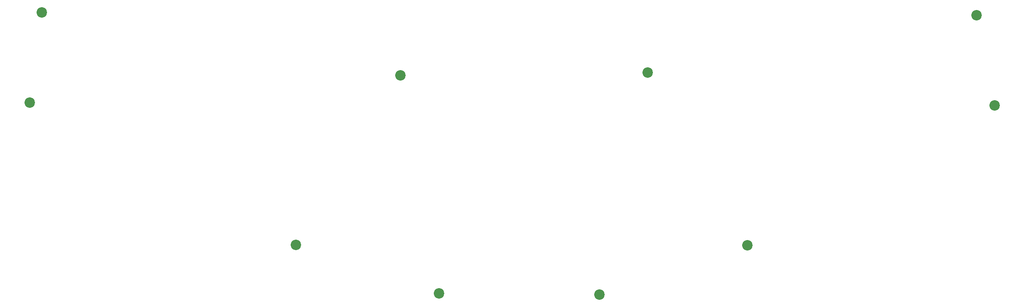
<source format=gbr>
%TF.GenerationSoftware,KiCad,Pcbnew,7.0.2*%
%TF.CreationDate,2023-05-13T02:56:55+09:00*%
%TF.ProjectId,ver1,76657231-2e6b-4696-9361-645f70636258,rev?*%
%TF.SameCoordinates,Original*%
%TF.FileFunction,Soldermask,Top*%
%TF.FilePolarity,Negative*%
%FSLAX46Y46*%
G04 Gerber Fmt 4.6, Leading zero omitted, Abs format (unit mm)*
G04 Created by KiCad (PCBNEW 7.0.2) date 2023-05-13 02:56:55*
%MOMM*%
%LPD*%
G01*
G04 APERTURE LIST*
%ADD10C,2.200000*%
G04 APERTURE END LIST*
D10*
%TO.C,Ref\u002A\u002A*%
X165735000Y-72390000D03*
%TD*%
%TO.C,Ref\u002A\u002A*%
X234950000Y-60325000D03*
%TD*%
%TO.C,Ref\u002A\u002A*%
X35560000Y-78740000D03*
%TD*%
%TO.C,Ref\u002A\u002A*%
X113665000Y-73025000D03*
%TD*%
%TO.C,Ref\u002A\u002A*%
X186700000Y-108900000D03*
%TD*%
%TO.C,Ref\u002A\u002A*%
X121800000Y-119100000D03*
%TD*%
%TO.C,Ref\u002A\u002A*%
X155600000Y-119300000D03*
%TD*%
%TO.C,Ref\u002A\u002A*%
X38100000Y-59690000D03*
%TD*%
%TO.C,Ref\u002A\u002A*%
X91600000Y-108800000D03*
%TD*%
%TO.C,Ref\u002A\u002A*%
X238760000Y-79375000D03*
%TD*%
M02*

</source>
